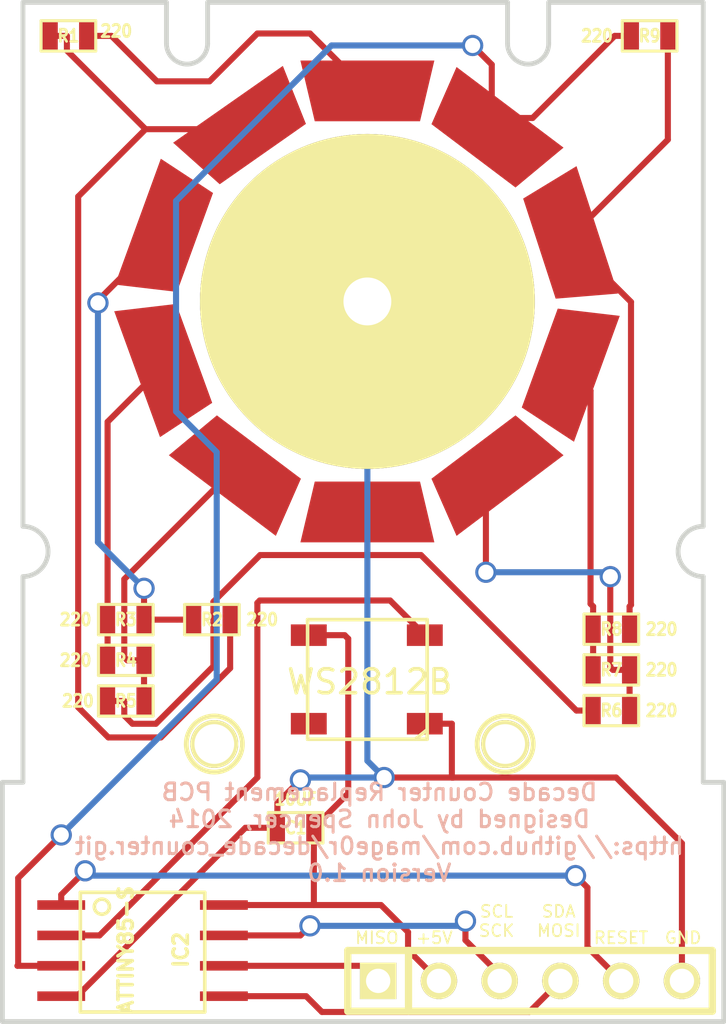
<source format=kicad_pcb>
(kicad_pcb (version 3) (host pcbnew "(2013-07-07 BZR 4022)-stable")

  (general
    (links 31)
    (no_connects 0)
    (area 11.939999 12.499999 42.406711 55.862333)
    (thickness 1.6)
    (drawings 29)
    (tracks 145)
    (zones 0)
    (modules 26)
    (nets 18)
  )

  (page A3)
  (layers
    (15 F.Cu signal)
    (0 B.Cu signal)
    (16 B.Adhes user)
    (17 F.Adhes user)
    (18 B.Paste user)
    (19 F.Paste user)
    (20 B.SilkS user hide)
    (21 F.SilkS user)
    (22 B.Mask user)
    (23 F.Mask user)
    (24 Dwgs.User user)
    (25 Cmts.User user)
    (26 Eco1.User user)
    (27 Eco2.User user)
    (28 Edge.Cuts user)
  )

  (setup
    (last_trace_width 0.254)
    (trace_clearance 0.254)
    (zone_clearance 0.508)
    (zone_45_only no)
    (trace_min 0.254)
    (segment_width 0.2)
    (edge_width 0.2)
    (via_size 0.889)
    (via_drill 0.635)
    (via_min_size 0.889)
    (via_min_drill 0.508)
    (uvia_size 0.508)
    (uvia_drill 0.127)
    (uvias_allowed no)
    (uvia_min_size 0.508)
    (uvia_min_drill 0.127)
    (pcb_text_width 0.3)
    (pcb_text_size 1.5 1.5)
    (mod_edge_width 0.15)
    (mod_text_size 1 1)
    (mod_text_width 0.15)
    (pad_size 0.4 2)
    (pad_drill 0)
    (pad_to_mask_clearance 0)
    (aux_axis_origin 0 0)
    (visible_elements 7FFFFFFF)
    (pcbplotparams
      (layerselection 284196865)
      (usegerberextensions true)
      (excludeedgelayer true)
      (linewidth 0.150000)
      (plotframeref false)
      (viasonmask false)
      (mode 1)
      (useauxorigin false)
      (hpglpennumber 1)
      (hpglpenspeed 20)
      (hpglpendiameter 15)
      (hpglpenoverlay 2)
      (psnegative false)
      (psa4output false)
      (plotreference true)
      (plotvalue true)
      (plotothertext true)
      (plotinvisibletext false)
      (padsonsilk false)
      (subtractmaskfromsilk false)
      (outputformat 1)
      (mirror false)
      (drillshape 0)
      (scaleselection 1)
      (outputdirectory Gerber/))
  )

  (net 0 "")
  (net 1 +5V)
  (net 2 GND)
  (net 3 N-000001)
  (net 4 N-0000010)
  (net 5 N-0000011)
  (net 6 N-0000012)
  (net 7 N-0000014)
  (net 8 N-0000017)
  (net 9 N-0000018)
  (net 10 N-000002)
  (net 11 N-000003)
  (net 12 N-000004)
  (net 13 N-000005)
  (net 14 N-000006)
  (net 15 N-000007)
  (net 16 N-000008)
  (net 17 N-000009)

  (net_class Default "This is the default net class."
    (clearance 0.254)
    (trace_width 0.254)
    (via_dia 0.889)
    (via_drill 0.635)
    (uvia_dia 0.508)
    (uvia_drill 0.127)
    (add_net "")
    (add_net +5V)
    (add_net GND)
    (add_net N-000001)
    (add_net N-0000010)
    (add_net N-0000011)
    (add_net N-0000012)
    (add_net N-0000014)
    (add_net N-0000017)
    (add_net N-0000018)
    (add_net N-000002)
    (add_net N-000003)
    (add_net N-000004)
    (add_net N-000005)
    (add_net N-000006)
    (add_net N-000007)
    (add_net N-000008)
    (add_net N-000009)
  )

  (module SM0603 (layer F.Cu) (tedit 53496BDC) (tstamp 5337E859)
    (at 39.1 14 180)
    (path /53365595)
    (attr smd)
    (fp_text reference R9 (at 0 0 180) (layer F.SilkS)
      (effects (font (size 0.508 0.4572) (thickness 0.1143)))
    )
    (fp_text value 220 (at 2.2 0 180) (layer F.SilkS)
      (effects (font (size 0.508 0.4572) (thickness 0.1143)))
    )
    (fp_line (start -1.143 -0.635) (end 1.143 -0.635) (layer F.SilkS) (width 0.127))
    (fp_line (start 1.143 -0.635) (end 1.143 0.635) (layer F.SilkS) (width 0.127))
    (fp_line (start 1.143 0.635) (end -1.143 0.635) (layer F.SilkS) (width 0.127))
    (fp_line (start -1.143 0.635) (end -1.143 -0.635) (layer F.SilkS) (width 0.127))
    (pad 1 smd rect (at -0.762 0 180) (size 0.635 1.143)
      (layers F.Cu F.Paste F.Mask)
      (net 7 N-0000014)
    )
    (pad 2 smd rect (at 0.762 0 180) (size 0.635 1.143)
      (layers F.Cu F.Paste F.Mask)
      (net 8 N-0000017)
    )
    (model smd\resistors\R0603.wrl
      (at (xyz 0 0 0.001))
      (scale (xyz 0.5 0.5 0.5))
      (rotate (xyz 0 0 0))
    )
  )

  (module SM0603 (layer F.Cu) (tedit 53496971) (tstamp 5360E7CA)
    (at 24.3 47.1 180)
    (path /533655A4)
    (attr smd)
    (fp_text reference C1 (at 0 0 180) (layer F.SilkS)
      (effects (font (size 0.508 0.4572) (thickness 0.1143)))
    )
    (fp_text value 10UF (at 0 1.2 180) (layer F.SilkS)
      (effects (font (size 0.508 0.4572) (thickness 0.1143)))
    )
    (fp_line (start -1.143 -0.635) (end 1.143 -0.635) (layer F.SilkS) (width 0.127))
    (fp_line (start 1.143 -0.635) (end 1.143 0.635) (layer F.SilkS) (width 0.127))
    (fp_line (start 1.143 0.635) (end -1.143 0.635) (layer F.SilkS) (width 0.127))
    (fp_line (start -1.143 0.635) (end -1.143 -0.635) (layer F.SilkS) (width 0.127))
    (pad 1 smd rect (at -0.762 0 180) (size 0.635 1.143)
      (layers F.Cu F.Paste F.Mask)
      (net 1 +5V)
    )
    (pad 2 smd rect (at 0.762 0 180) (size 0.635 1.143)
      (layers F.Cu F.Paste F.Mask)
      (net 2 GND)
    )
    (model smd\resistors\R0603.wrl
      (at (xyz 0 0 0.001))
      (scale (xyz 0.5 0.5 0.5))
      (rotate (xyz 0 0 0))
    )
  )

  (module SM0603 (layer F.Cu) (tedit 53496BD2) (tstamp 5337E86D)
    (at 37.5 38.8 180)
    (path /5337E336)
    (attr smd)
    (fp_text reference R8 (at 0 0 180) (layer F.SilkS)
      (effects (font (size 0.508 0.4572) (thickness 0.1143)))
    )
    (fp_text value 220 (at -2.1 0 180) (layer F.SilkS)
      (effects (font (size 0.508 0.4572) (thickness 0.1143)))
    )
    (fp_line (start -1.143 -0.635) (end 1.143 -0.635) (layer F.SilkS) (width 0.127))
    (fp_line (start 1.143 -0.635) (end 1.143 0.635) (layer F.SilkS) (width 0.127))
    (fp_line (start 1.143 0.635) (end -1.143 0.635) (layer F.SilkS) (width 0.127))
    (fp_line (start -1.143 0.635) (end -1.143 -0.635) (layer F.SilkS) (width 0.127))
    (pad 1 smd rect (at -0.762 0 180) (size 0.635 1.143)
      (layers F.Cu F.Paste F.Mask)
      (net 7 N-0000014)
    )
    (pad 2 smd rect (at 0.762 0 180) (size 0.635 1.143)
      (layers F.Cu F.Paste F.Mask)
      (net 15 N-000007)
    )
    (model smd\resistors\R0603.wrl
      (at (xyz 0 0 0.001))
      (scale (xyz 0.5 0.5 0.5))
      (rotate (xyz 0 0 0))
    )
  )

  (module SM0603 (layer F.Cu) (tedit 53496BBD) (tstamp 5337E877)
    (at 37.5 40.5 180)
    (path /5337E33C)
    (attr smd)
    (fp_text reference R7 (at 0 0 180) (layer F.SilkS)
      (effects (font (size 0.508 0.4572) (thickness 0.1143)))
    )
    (fp_text value 220 (at -2.1 0 180) (layer F.SilkS)
      (effects (font (size 0.508 0.4572) (thickness 0.1143)))
    )
    (fp_line (start -1.143 -0.635) (end 1.143 -0.635) (layer F.SilkS) (width 0.127))
    (fp_line (start 1.143 -0.635) (end 1.143 0.635) (layer F.SilkS) (width 0.127))
    (fp_line (start 1.143 0.635) (end -1.143 0.635) (layer F.SilkS) (width 0.127))
    (fp_line (start -1.143 0.635) (end -1.143 -0.635) (layer F.SilkS) (width 0.127))
    (pad 1 smd rect (at -0.762 0 180) (size 0.635 1.143)
      (layers F.Cu F.Paste F.Mask)
      (net 14 N-000006)
    )
    (pad 2 smd rect (at 0.762 0 180) (size 0.635 1.143)
      (layers F.Cu F.Paste F.Mask)
      (net 15 N-000007)
    )
    (model smd\resistors\R0603.wrl
      (at (xyz 0 0 0.001))
      (scale (xyz 0.5 0.5 0.5))
      (rotate (xyz 0 0 0))
    )
  )

  (module SM0603 (layer F.Cu) (tedit 53496BC0) (tstamp 5337E881)
    (at 37.5 42.2 180)
    (path /5337E342)
    (attr smd)
    (fp_text reference R6 (at 0 0 180) (layer F.SilkS)
      (effects (font (size 0.508 0.4572) (thickness 0.1143)))
    )
    (fp_text value 220 (at -2.1 0 180) (layer F.SilkS)
      (effects (font (size 0.508 0.4572) (thickness 0.1143)))
    )
    (fp_line (start -1.143 -0.635) (end 1.143 -0.635) (layer F.SilkS) (width 0.127))
    (fp_line (start 1.143 -0.635) (end 1.143 0.635) (layer F.SilkS) (width 0.127))
    (fp_line (start 1.143 0.635) (end -1.143 0.635) (layer F.SilkS) (width 0.127))
    (fp_line (start -1.143 0.635) (end -1.143 -0.635) (layer F.SilkS) (width 0.127))
    (pad 1 smd rect (at -0.762 0 180) (size 0.635 1.143)
      (layers F.Cu F.Paste F.Mask)
      (net 14 N-000006)
    )
    (pad 2 smd rect (at 0.762 0 180) (size 0.635 1.143)
      (layers F.Cu F.Paste F.Mask)
      (net 13 N-000005)
    )
    (model smd\resistors\R0603.wrl
      (at (xyz 0 0 0.001))
      (scale (xyz 0.5 0.5 0.5))
      (rotate (xyz 0 0 0))
    )
  )

  (module SM0603 (layer F.Cu) (tedit 53496C16) (tstamp 5337E88B)
    (at 17.2 41.8 180)
    (path /5337E348)
    (attr smd)
    (fp_text reference R5 (at 0 0 180) (layer F.SilkS)
      (effects (font (size 0.508 0.4572) (thickness 0.1143)))
    )
    (fp_text value 220 (at 2 0 180) (layer F.SilkS)
      (effects (font (size 0.508 0.4572) (thickness 0.1143)))
    )
    (fp_line (start -1.143 -0.635) (end 1.143 -0.635) (layer F.SilkS) (width 0.127))
    (fp_line (start 1.143 -0.635) (end 1.143 0.635) (layer F.SilkS) (width 0.127))
    (fp_line (start 1.143 0.635) (end -1.143 0.635) (layer F.SilkS) (width 0.127))
    (fp_line (start -1.143 0.635) (end -1.143 -0.635) (layer F.SilkS) (width 0.127))
    (pad 1 smd rect (at -0.762 0 180) (size 0.635 1.143)
      (layers F.Cu F.Paste F.Mask)
      (net 12 N-000004)
    )
    (pad 2 smd rect (at 0.762 0 180) (size 0.635 1.143)
      (layers F.Cu F.Paste F.Mask)
      (net 13 N-000005)
    )
    (model smd\resistors\R0603.wrl
      (at (xyz 0 0 0.001))
      (scale (xyz 0.5 0.5 0.5))
      (rotate (xyz 0 0 0))
    )
  )

  (module SM0603 (layer F.Cu) (tedit 53496984) (tstamp 5337E895)
    (at 14.8 14 180)
    (path /5337E6B5)
    (attr smd)
    (fp_text reference R1 (at 0 0 180) (layer F.SilkS)
      (effects (font (size 0.508 0.4572) (thickness 0.1143)))
    )
    (fp_text value 220 (at -2 0.2 180) (layer F.SilkS)
      (effects (font (size 0.508 0.4572) (thickness 0.1143)))
    )
    (fp_line (start -1.143 -0.635) (end 1.143 -0.635) (layer F.SilkS) (width 0.127))
    (fp_line (start 1.143 -0.635) (end 1.143 0.635) (layer F.SilkS) (width 0.127))
    (fp_line (start 1.143 0.635) (end -1.143 0.635) (layer F.SilkS) (width 0.127))
    (fp_line (start -1.143 0.635) (end -1.143 -0.635) (layer F.SilkS) (width 0.127))
    (pad 1 smd rect (at -0.762 0 180) (size 0.635 1.143)
      (layers F.Cu F.Paste F.Mask)
      (net 6 N-0000012)
    )
    (pad 2 smd rect (at 0.762 0 180) (size 0.635 1.143)
      (layers F.Cu F.Paste F.Mask)
      (net 11 N-000003)
    )
    (model smd\resistors\R0603.wrl
      (at (xyz 0 0 0.001))
      (scale (xyz 0.5 0.5 0.5))
      (rotate (xyz 0 0 0))
    )
  )

  (module SM0603 (layer F.Cu) (tedit 53496C1E) (tstamp 5337E89F)
    (at 20.8 38.4)
    (path /5337E510)
    (attr smd)
    (fp_text reference R2 (at 0 0) (layer F.SilkS)
      (effects (font (size 0.508 0.4572) (thickness 0.1143)))
    )
    (fp_text value 220 (at 2.1 0) (layer F.SilkS)
      (effects (font (size 0.508 0.4572) (thickness 0.1143)))
    )
    (fp_line (start -1.143 -0.635) (end 1.143 -0.635) (layer F.SilkS) (width 0.127))
    (fp_line (start 1.143 -0.635) (end 1.143 0.635) (layer F.SilkS) (width 0.127))
    (fp_line (start 1.143 0.635) (end -1.143 0.635) (layer F.SilkS) (width 0.127))
    (fp_line (start -1.143 0.635) (end -1.143 -0.635) (layer F.SilkS) (width 0.127))
    (pad 1 smd rect (at -0.762 0) (size 0.635 1.143)
      (layers F.Cu F.Paste F.Mask)
      (net 10 N-000002)
    )
    (pad 2 smd rect (at 0.762 0) (size 0.635 1.143)
      (layers F.Cu F.Paste F.Mask)
      (net 11 N-000003)
    )
    (model smd\resistors\R0603.wrl
      (at (xyz 0 0 0.001))
      (scale (xyz 0.5 0.5 0.5))
      (rotate (xyz 0 0 0))
    )
  )

  (module SM0603 (layer F.Cu) (tedit 53496C21) (tstamp 5337E8A9)
    (at 17.2 38.4 180)
    (path /5337E4E7)
    (attr smd)
    (fp_text reference R3 (at 0 0 180) (layer F.SilkS)
      (effects (font (size 0.508 0.4572) (thickness 0.1143)))
    )
    (fp_text value 220 (at 2.1 0 180) (layer F.SilkS)
      (effects (font (size 0.508 0.4572) (thickness 0.1143)))
    )
    (fp_line (start -1.143 -0.635) (end 1.143 -0.635) (layer F.SilkS) (width 0.127))
    (fp_line (start 1.143 -0.635) (end 1.143 0.635) (layer F.SilkS) (width 0.127))
    (fp_line (start 1.143 0.635) (end -1.143 0.635) (layer F.SilkS) (width 0.127))
    (fp_line (start -1.143 0.635) (end -1.143 -0.635) (layer F.SilkS) (width 0.127))
    (pad 1 smd rect (at -0.762 0 180) (size 0.635 1.143)
      (layers F.Cu F.Paste F.Mask)
      (net 10 N-000002)
    )
    (pad 2 smd rect (at 0.762 0 180) (size 0.635 1.143)
      (layers F.Cu F.Paste F.Mask)
      (net 3 N-000001)
    )
    (model smd\resistors\R0603.wrl
      (at (xyz 0 0 0.001))
      (scale (xyz 0.5 0.5 0.5))
      (rotate (xyz 0 0 0))
    )
  )

  (module SM0603 (layer F.Cu) (tedit 53496C19) (tstamp 5337E8B3)
    (at 17.2 40.1 180)
    (path /5337E4E1)
    (attr smd)
    (fp_text reference R4 (at 0 0 180) (layer F.SilkS)
      (effects (font (size 0.508 0.4572) (thickness 0.1143)))
    )
    (fp_text value 220 (at 2.1 0 180) (layer F.SilkS)
      (effects (font (size 0.508 0.4572) (thickness 0.1143)))
    )
    (fp_line (start -1.143 -0.635) (end 1.143 -0.635) (layer F.SilkS) (width 0.127))
    (fp_line (start 1.143 -0.635) (end 1.143 0.635) (layer F.SilkS) (width 0.127))
    (fp_line (start 1.143 0.635) (end -1.143 0.635) (layer F.SilkS) (width 0.127))
    (fp_line (start -1.143 0.635) (end -1.143 -0.635) (layer F.SilkS) (width 0.127))
    (pad 1 smd rect (at -0.762 0 180) (size 0.635 1.143)
      (layers F.Cu F.Paste F.Mask)
      (net 12 N-000004)
    )
    (pad 2 smd rect (at 0.762 0 180) (size 0.635 1.143)
      (layers F.Cu F.Paste F.Mask)
      (net 3 N-000001)
    )
    (model smd\resistors\R0603.wrl
      (at (xyz 0 0 0.001))
      (scale (xyz 0.5 0.5 0.5))
      (rotate (xyz 0 0 0))
    )
  )

  (module ws2812b (layer F.Cu) (tedit 5349691D) (tstamp 534999C7)
    (at 27.3 40.9)
    (descr ws2812b)
    (tags ws2812b)
    (path /53365586)
    (fp_text reference IC1 (at 0 -3.5) (layer F.SilkS) hide
      (effects (font (size 1 1) (thickness 0.15)))
    )
    (fp_text value WS2812B (at 0.1 0.1) (layer F.SilkS)
      (effects (font (size 1 1) (thickness 0.15)))
    )
    (fp_line (start 2 2.5) (end 2.5 2.1) (layer F.SilkS) (width 0.15))
    (fp_line (start -2.5 2.5) (end -2.5 -2.5) (layer F.SilkS) (width 0.15))
    (fp_line (start -2.5 -2.5) (end 2.5 -2.5) (layer F.SilkS) (width 0.15))
    (fp_line (start 2.5 -2.5) (end 2.5 2.5) (layer F.SilkS) (width 0.15))
    (fp_line (start 2.5 2.5) (end -2.5 2.5) (layer F.SilkS) (width 0.15))
    (pad 1 smd rect (at -2.45 -1.85) (size 1.5 0.9)
      (layers F.Cu F.Paste F.Mask)
      (net 1 +5V)
    )
    (pad 2 smd rect (at -2.45 1.85) (size 1.5 0.9)
      (layers F.Cu F.Paste F.Mask)
    )
    (pad 3 smd rect (at 2.4 1.85) (size 1.5 0.9)
      (layers F.Cu F.Paste F.Mask)
      (net 2 GND)
    )
    (pad 4 smd rect (at 2.4 -1.85) (size 1.5 0.9)
      (layers F.Cu F.Paste F.Mask)
      (net 9 N-0000018)
    )
  )

  (module holes (layer F.Cu) (tedit 53496A8D) (tstamp 53499C02)
    (at 20.9 43.6)
    (fp_text reference holes (at 1.8 1.3) (layer F.SilkS) hide
      (effects (font (size 0.5 0.5) (thickness 0.125)))
    )
    (fp_text value hole_1 (at -1.4 -1.2) (layer F.SilkS) hide
      (effects (font (size 0.5 0.5) (thickness 0.125)))
    )
    (pad 2 thru_hole circle (at 0 0) (size 2 2) (drill 1.66)
      (layers *.Cu *.Mask F.SilkS)
    )
  )

  (module holes (layer F.Cu) (tedit 53496AE4) (tstamp 53499C10)
    (at 33.1 43.6)
    (fp_text reference holes2 (at 1.8 1.3) (layer F.SilkS) hide
      (effects (font (size 0.5 0.5) (thickness 0.125)))
    )
    (fp_text value hole_2 (at -1.2 -1.3) (layer F.SilkS) hide
      (effects (font (size 0.5 0.5) (thickness 0.125)))
    )
    (pad 2 thru_hole circle (at -0.04 0) (size 2 2) (drill 1.66)
      (layers *.Cu *.Mask F.SilkS)
    )
  )

  (module position (layer F.Cu) (tedit 53496000) (tstamp 53499CA1)
    (at 27.4 16.3)
    (path /5337E706)
    (fp_text reference P1 (at -2.1 -1.9) (layer F.SilkS) hide
      (effects (font (size 0.4 0.4) (thickness 0.1)))
    )
    (fp_text value POS_9 (at 2.1 -1.9) (layer F.SilkS) hide
      (effects (font (size 0.4 0.4) (thickness 0.1)))
    )
    (pad 1 smd trapezoid (at -0.1 0) (size 5 2.54) (rect_delta 0 -0.6 )
      (layers F.Cu F.Paste F.Mask)
      (net 6 N-0000012)
    )
  )

  (module position (layer F.Cu) (tedit 53495E30) (tstamp 53499CFA)
    (at 32.5 18 323)
    (path /5337E3C1)
    (fp_text reference P10 (at -2.1 -1.9 323) (layer F.SilkS) hide
      (effects (font (size 0.4 0.4) (thickness 0.1)))
    )
    (fp_text value POS_0 (at 2.1 -1.9 323) (layer F.SilkS) hide
      (effects (font (size 0.4 0.4) (thickness 0.1)))
    )
    (pad 1 smd trapezoid (at 0 0 323) (size 5 2.54) (rect_delta 0 -0.6 )
      (layers F.Cu F.Paste F.Mask)
      (net 8 N-0000017)
    )
  )

  (module position (layer F.Cu) (tedit 53495E30) (tstamp 53499CFF)
    (at 35.7 22.5 288)
    (path /5337E403)
    (fp_text reference P9 (at -2.1 -1.9 288) (layer F.SilkS) hide
      (effects (font (size 0.4 0.4) (thickness 0.1)))
    )
    (fp_text value POS_1 (at 2.1 -1.9 288) (layer F.SilkS) hide
      (effects (font (size 0.4 0.4) (thickness 0.1)))
    )
    (pad 1 smd trapezoid (at 0 0 288) (size 5 2.54) (rect_delta 0 -0.6 )
      (layers F.Cu F.Paste F.Mask)
      (net 7 N-0000014)
    )
  )

  (module position (layer F.Cu) (tedit 53495E30) (tstamp 53499D04)
    (at 35.7 27.9 250)
    (path /5337E428)
    (fp_text reference P8 (at -2.1 -1.9 250) (layer F.SilkS) hide
      (effects (font (size 0.4 0.4) (thickness 0.1)))
    )
    (fp_text value POS_2 (at 2.1 -1.9 250) (layer F.SilkS) hide
      (effects (font (size 0.4 0.4) (thickness 0.1)))
    )
    (pad 1 smd trapezoid (at 0 0 250) (size 5 2.54) (rect_delta 0 -0.6 )
      (layers F.Cu F.Paste F.Mask)
      (net 15 N-000007)
    )
  )

  (module position (layer F.Cu) (tedit 534960AF) (tstamp 53499D18)
    (at 18.9 27.8 110)
    (path /5337E5C5)
    (fp_text reference P4 (at -2.1 -1.9 110) (layer F.SilkS) hide
      (effects (font (size 0.4 0.4) (thickness 0.1)))
    )
    (fp_text value POS_6 (at 2.1 -1.9 110) (layer F.SilkS) hide
      (effects (font (size 0.4 0.4) (thickness 0.1)))
    )
    (pad 1 smd trapezoid (at 0.1 0 110) (size 5 2.54) (rect_delta 0 -0.6 )
      (layers F.Cu F.Paste F.Mask)
      (net 3 N-000001)
    )
  )

  (module position (layer F.Cu) (tedit 53495E30) (tstamp 53499D09)
    (at 32.5 32.2 217)
    (path /5337E467)
    (fp_text reference P7 (at -2.1 -1.9 217) (layer F.SilkS) hide
      (effects (font (size 0.4 0.4) (thickness 0.1)))
    )
    (fp_text value POS_3 (at 2.1 -1.9 217) (layer F.SilkS) hide
      (effects (font (size 0.4 0.4) (thickness 0.1)))
    )
    (pad 1 smd trapezoid (at 0 0 217) (size 5 2.54) (rect_delta 0 -0.6 )
      (layers F.Cu F.Paste F.Mask)
      (net 14 N-000006)
    )
  )

  (module position (layer F.Cu) (tedit 53495E30) (tstamp 53499D13)
    (at 22 32.2 143)
    (path /5337E5A6)
    (fp_text reference P5 (at -2.1 -1.9 143) (layer F.SilkS) hide
      (effects (font (size 0.4 0.4) (thickness 0.1)))
    )
    (fp_text value POS_5 (at 2.1 -1.9 143) (layer F.SilkS) hide
      (effects (font (size 0.4 0.4) (thickness 0.1)))
    )
    (pad 1 smd trapezoid (at 0 0 143) (size 5 2.54) (rect_delta 0 -0.6 )
      (layers F.Cu F.Paste F.Mask)
      (net 12 N-000004)
    )
  )

  (module position (layer F.Cu) (tedit 53495E30) (tstamp 53499D0E)
    (at 27.3 33.9 180)
    (path /5337E49E)
    (fp_text reference P6 (at -2.1 -1.9 180) (layer F.SilkS) hide
      (effects (font (size 0.4 0.4) (thickness 0.1)))
    )
    (fp_text value POS_4 (at 2.1 -1.9 180) (layer F.SilkS) hide
      (effects (font (size 0.4 0.4) (thickness 0.1)))
    )
    (pad 1 smd trapezoid (at 0 0 180) (size 5 2.54) (rect_delta 0 -0.6 )
      (layers F.Cu F.Paste F.Mask)
      (net 13 N-000005)
    )
  )

  (module position (layer F.Cu) (tedit 53495E30) (tstamp 53499D1D)
    (at 18.9 22.2 70)
    (path /5337E5E4)
    (fp_text reference P3 (at -2.1 -1.9 70) (layer F.SilkS) hide
      (effects (font (size 0.4 0.4) (thickness 0.1)))
    )
    (fp_text value POS_7 (at 2.1 -1.9 70) (layer F.SilkS) hide
      (effects (font (size 0.4 0.4) (thickness 0.1)))
    )
    (pad 1 smd trapezoid (at 0 0 70) (size 5 2.54) (rect_delta 0 -0.6 )
      (layers F.Cu F.Paste F.Mask)
      (net 10 N-000002)
    )
  )

  (module position (layer F.Cu) (tedit 53495E30) (tstamp 53499D22)
    (at 22.2 17.9 35)
    (path /5337E604)
    (fp_text reference P2 (at -2.1 -1.9 35) (layer F.SilkS) hide
      (effects (font (size 0.4 0.4) (thickness 0.1)))
    )
    (fp_text value POS_8 (at 2.1 -1.9 35) (layer F.SilkS) hide
      (effects (font (size 0.4 0.4) (thickness 0.1)))
    )
    (pad 1 smd trapezoid (at 0 0 35) (size 5 2.54) (rect_delta 0 -0.6 )
      (layers F.Cu F.Paste F.Mask)
      (net 11 N-000003)
    )
  )

  (module PIN_ARRAY-6X1 (layer F.Cu) (tedit 53496394) (tstamp 53499F81)
    (at 34.1 53.5)
    (descr "Connecteur 6 pins")
    (tags "CONN DEV")
    (path /5337E73F)
    (fp_text reference P11 (at -3.9 -5.2) (layer F.SilkS) hide
      (effects (font (size 1.016 1.016) (thickness 0.2032)))
    )
    (fp_text value CONN_3X2 (at 4 -5.2) (layer F.SilkS) hide
      (effects (font (size 1.016 0.889) (thickness 0.2032)))
    )
    (fp_line (start -7.62 1.27) (end -7.62 -1.27) (layer F.SilkS) (width 0.3048))
    (fp_line (start -7.62 -1.27) (end 7.62 -1.27) (layer F.SilkS) (width 0.3048))
    (fp_line (start 7.62 -1.27) (end 7.62 1.27) (layer F.SilkS) (width 0.3048))
    (fp_line (start 7.62 1.27) (end -7.62 1.27) (layer F.SilkS) (width 0.3048))
    (fp_line (start -5.08 1.27) (end -5.08 -1.27) (layer F.SilkS) (width 0.3048))
    (pad 1 thru_hole rect (at -6.35 0) (size 1.524 1.524) (drill 1.016)
      (layers *.Cu *.Mask F.SilkS)
      (net 16 N-000008)
    )
    (pad 2 thru_hole circle (at -3.81 0) (size 1.524 1.524) (drill 1.016)
      (layers *.Cu *.Mask F.SilkS)
      (net 1 +5V)
    )
    (pad 3 thru_hole circle (at -1.27 0) (size 1.524 1.524) (drill 1.016)
      (layers *.Cu *.Mask F.SilkS)
      (net 5 N-0000011)
    )
    (pad 4 thru_hole circle (at 1.27 0) (size 1.524 1.524) (drill 1.016)
      (layers *.Cu *.Mask F.SilkS)
      (net 17 N-000009)
    )
    (pad 5 thru_hole circle (at 3.81 0) (size 1.524 1.524) (drill 1.016)
      (layers *.Cu *.Mask F.SilkS)
      (net 4 N-0000010)
    )
    (pad 6 thru_hole circle (at 6.35 0) (size 1.524 1.524) (drill 1.016)
      (layers *.Cu *.Mask F.SilkS)
      (net 2 GND)
    )
    (model pin_array/pins_array_6x1.wrl
      (at (xyz 0 0 0))
      (scale (xyz 1 1 1))
      (rotate (xyz 0 0 0))
    )
  )

  (module Rail (layer F.Cu) (tedit 534968B3) (tstamp 5349A5AA)
    (at 27.3 25.1 90)
    (path /5337E9AF)
    (fp_text reference P12 (at 3.1 -3.4 90) (layer F.SilkS) hide
      (effects (font (size 1 1) (thickness 0.15)))
    )
    (fp_text value Rail (at 3.5 3.4 90) (layer F.SilkS) hide
      (effects (font (size 1 1) (thickness 0.15)))
    )
    (pad 1 thru_hole circle (at 0 0 90) (size 14 14) (drill 2)
      (layers *.Cu *.Mask F.SilkS)
      (net 2 GND)
    )
  )

  (module SOIC8_W (layer F.Cu) (tedit 5360AB45) (tstamp 534999D8)
    (at 18 52.2 270)
    (descr SOIC8_W)
    (tags SOIC8_W)
    (path /53365577)
    (fp_text reference IC2 (at 0 -1.5 270) (layer F.SilkS)
      (effects (font (size 0.6 0.6) (thickness 0.15)))
    )
    (fp_text value ATTINY85-S (at 0 0.8 270) (layer F.SilkS)
      (effects (font (size 0.6 0.6) (thickness 0.15)))
    )
    (fp_circle (center -1.8 1.8) (end -1.5 1.9) (layer F.SilkS) (width 0.15))
    (fp_line (start -2.4 2.7) (end 2.6 2.7) (layer F.SilkS) (width 0.15))
    (fp_line (start 2.6 2.7) (end 2.6 -2.5) (layer F.SilkS) (width 0.15))
    (fp_line (start 2.6 -2.5) (end -2.4 -2.5) (layer F.SilkS) (width 0.15))
    (fp_line (start -2.4 -2.5) (end -2.4 2.7) (layer F.SilkS) (width 0.15))
    (pad 5 smd rect (at 1.94 -3.3 270) (size 0.4 2)
      (layers F.Cu F.Paste F.Mask)
      (net 17 N-000009)
    )
    (pad 6 smd rect (at 0.67 -3.3 270) (size 0.4 2)
      (layers F.Cu F.Paste F.Mask)
      (net 16 N-000008)
    )
    (pad 7 smd rect (at -0.6 -3.3 270) (size 0.4 2)
      (layers F.Cu F.Paste F.Mask)
      (net 5 N-0000011)
    )
    (pad 8 smd rect (at -1.87 -3.3 270) (size 0.4 2)
      (layers F.Cu F.Paste F.Mask)
      (net 1 +5V)
    )
    (pad 1 smd rect (at -1.87 3.5 270) (size 0.4 2)
      (layers F.Cu F.Paste F.Mask)
      (net 4 N-0000010)
    )
    (pad 2 smd rect (at -0.6 3.5 270) (size 0.4 2)
      (layers F.Cu F.Paste F.Mask)
      (net 9 N-0000018)
    )
    (pad 3 smd rect (at 0.67 3.5 270) (size 0.4 2)
      (layers F.Cu F.Paste F.Mask)
      (net 8 N-0000017)
    )
    (pad 4 smd rect (at 1.94 3.5 270) (size 0.4 2)
      (layers F.Cu F.Paste F.Mask)
      (net 2 GND)
    )
  )

  (gr_text "Decade Counter Replacement PCB\nDesigned by John Spencer, 2014\nhttps://github.com/mage0r/decade_counter.git\nVersion 1.0" (at 27.8 47.3) (layer B.SilkS)
    (effects (font (size 0.7 0.7) (thickness 0.125)) (justify mirror))
  )
  (gr_text GND (at 40.5 51.7) (layer F.SilkS)
    (effects (font (size 0.5 0.5) (thickness 0.075)))
  )
  (gr_text RESET (at 37.9 51.7) (layer F.SilkS)
    (effects (font (size 0.5 0.5) (thickness 0.075)))
  )
  (gr_text "SDA\nMOSI" (at 35.3 51) (layer F.SilkS)
    (effects (font (size 0.5 0.5) (thickness 0.075)))
  )
  (gr_text "SCL\nSCK" (at 32.7 51) (layer F.SilkS)
    (effects (font (size 0.5 0.5) (thickness 0.075)))
  )
  (gr_text +5V (at 30.1 51.7) (layer F.SilkS)
    (effects (font (size 0.5 0.5) (thickness 0.075)))
  )
  (gr_text MISO (at 27.7 51.7) (layer F.SilkS)
    (effects (font (size 0.5 0.5) (thickness 0.075)))
  )
  (gr_arc (start 41.34 35.55) (end 41.34 34.5) (angle -180) (layer Edge.Cuts) (width 0.2))
  (gr_line (start 41.34 36.6) (end 41.34 45.2) (angle 90) (layer Edge.Cuts) (width 0.2))
  (gr_line (start 41.34 12.6) (end 41.34 34.5) (angle 90) (layer Edge.Cuts) (width 0.2) (tstamp 5360E802))
  (gr_arc (start 12.9 35.55) (end 12.9 34.5) (angle 180) (layer Edge.Cuts) (width 0.2) (tstamp 5360E8E9))
  (gr_line (start 12.9 45.2) (end 12.9 36.6) (angle 90) (layer Edge.Cuts) (width 0.2) (tstamp 5360E7BF))
  (gr_line (start 12.9 12.6) (end 12.9 34.5) (angle 90) (layer Edge.Cuts) (width 0.2) (tstamp 535F7181))
  (gr_line (start 33.16 12.6) (end 33.16 14.32) (angle 90) (layer Edge.Cuts) (width 0.2) (tstamp 53499A9E))
  (gr_line (start 34.88 12.6) (end 34.88 14.32) (angle 90) (layer Edge.Cuts) (width 0.2) (tstamp 53499A9D))
  (gr_arc (start 34.02 14.32) (end 33.16 14.32) (angle -180) (layer Edge.Cuts) (width 0.2) (tstamp 53499A9C))
  (gr_arc (start 19.76 14.32) (end 18.9 14.32) (angle -180) (layer Edge.Cuts) (width 0.2))
  (gr_line (start 20.62 12.6) (end 20.62 14.32) (angle 90) (layer Edge.Cuts) (width 0.2))
  (gr_line (start 18.9 12.6) (end 18.9 14.32) (angle 90) (layer Edge.Cuts) (width 0.2))
  (gr_line (start 34.88 12.6) (end 41.34 12.6) (angle 90) (layer Edge.Cuts) (width 0.2))
  (gr_line (start 20.62 12.6) (end 33.16 12.6) (angle 90) (layer Edge.Cuts) (width 0.2))
  (gr_line (start 12.9 12.6) (end 18.9 12.6) (angle 90) (layer Edge.Cuts) (width 0.2))
  (gr_circle (center 33.06 43.6) (end 32.23 42.77) (layer F.SilkS) (width 0.2) (tstamp 53499A6C))
  (gr_circle (center 20.9 43.6) (end 20.07 42.77) (layer F.SilkS) (width 0.2))
  (gr_line (start 12.04 55.2) (end 42.2 55.2) (angle 90) (layer Edge.Cuts) (width 0.2))
  (gr_line (start 12.04 45.2) (end 12.9 45.2) (angle 90) (layer Edge.Cuts) (width 0.2) (tstamp 53499A48))
  (gr_line (start 12.04 45.2) (end 12.04 55.2) (angle 90) (layer Edge.Cuts) (width 0.2) (tstamp 53499A28))
  (gr_line (start 42.2 45.2) (end 42.2 55.2) (angle 90) (layer Edge.Cuts) (width 0.2))
  (gr_line (start 41.34 45.2) (end 42.2 45.2) (angle 90) (layer Edge.Cuts) (width 0.2))

  (segment (start 24.85 39.05) (end 26.35 39.05) (width 0.254) (layer F.Cu) (net 1) (status 400000))
  (segment (start 26.5 45.662) (end 25.062 47.1) (width 0.254) (layer F.Cu) (net 1) (tstamp 5360FD56) (status 800000))
  (segment (start 26.5 39.2) (end 26.5 45.662) (width 0.254) (layer F.Cu) (net 1) (tstamp 5360FD4A))
  (segment (start 26.35 39.05) (end 26.5 39.2) (width 0.254) (layer F.Cu) (net 1) (tstamp 5360FD48))
  (segment (start 25.062 47.1) (end 25.062 50.33) (width 0.254) (layer F.Cu) (net 1) (status 400000))
  (segment (start 21.3 50.33) (end 25.062 50.33) (width 0.254) (layer F.Cu) (net 1))
  (segment (start 25.062 50.33) (end 27.87 50.33) (width 0.254) (layer F.Cu) (net 1) (tstamp 5360FD14))
  (segment (start 29 52.21) (end 30.29 53.5) (width 0.254) (layer F.Cu) (net 1) (tstamp 5360FC2C))
  (segment (start 29 51.46) (end 29 52.21) (width 0.254) (layer F.Cu) (net 1) (tstamp 5360FC25))
  (segment (start 27.87 50.33) (end 29 51.46) (width 0.254) (layer F.Cu) (net 1) (tstamp 5360FC21))
  (segment (start 23.538 47.1) (end 23.538 46.062) (width 0.254) (layer F.Cu) (net 2) (status 400000))
  (segment (start 24.6 45) (end 28 45) (width 0.254) (layer B.Cu) (net 2) (tstamp 5360FE31))
  (segment (start 24.5 45.1) (end 24.6 45) (width 0.254) (layer B.Cu) (net 2) (tstamp 5360FE30))
  (via (at 24.5 45.1) (size 0.889) (layers F.Cu B.Cu) (net 2))
  (segment (start 23.538 46.062) (end 24.5 45.1) (width 0.254) (layer F.Cu) (net 2) (tstamp 5360FE2C))
  (segment (start 27.3 25.1) (end 27.3 44.3) (width 0.254) (layer B.Cu) (net 2) (status 400000))
  (segment (start 27.3 44.3) (end 28 45) (width 0.254) (layer B.Cu) (net 2) (tstamp 5360FE14))
  (segment (start 30.9 45) (end 30.8313 45) (width 0.254) (layer F.Cu) (net 2) (tstamp 5360FE20))
  (via (at 28 45) (size 0.889) (layers F.Cu B.Cu) (net 2))
  (segment (start 28 45) (end 30.9 45) (width 0.254) (layer F.Cu) (net 2) (tstamp 5360FE1F))
  (segment (start 14.5 54.14) (end 15.16 54.14) (width 0.254) (layer F.Cu) (net 2) (status C00000))
  (segment (start 22.2 47.1) (end 23.538 47.1) (width 0.254) (layer F.Cu) (net 2) (tstamp 5360FD07) (status 800000))
  (segment (start 15.16 54.14) (end 22.2 47.1) (width 0.254) (layer F.Cu) (net 2) (tstamp 5360FD02) (status 400000))
  (segment (start 40.45 53.5) (end 40.45 47.75) (width 0.254) (layer F.Cu) (net 2))
  (segment (start 37.7 45) (end 30.8313 45) (width 0.254) (layer F.Cu) (net 2) (tstamp 5360E3A8))
  (segment (start 40.45 47.75) (end 37.7 45) (width 0.254) (layer F.Cu) (net 2) (tstamp 5360E3A4))
  (segment (start 29.7 42.75) (end 30.8313 42.75) (width 0.254) (layer F.Cu) (net 2))
  (segment (start 30.8313 42.75) (end 30.8313 45) (width 0.254) (layer F.Cu) (net 2))
  (segment (start 16.438 30.1338) (end 16.438 38.4) (width 0.254) (layer F.Cu) (net 3))
  (segment (start 18.8658 27.706) (end 16.438 30.1338) (width 0.254) (layer F.Cu) (net 3))
  (segment (start 16.438 38.4) (end 16.438 40.1) (width 0.254) (layer F.Cu) (net 3))
  (segment (start 14.5 50.33) (end 14.5 49.9) (width 0.254) (layer F.Cu) (net 4) (status 400000))
  (segment (start 36.5 52.09) (end 37.91 53.5) (width 0.254) (layer F.Cu) (net 4) (tstamp 5360FD81) (status 800000))
  (segment (start 36.5 49.6) (end 36.5 52.09) (width 0.254) (layer F.Cu) (net 4) (tstamp 5360FD80))
  (segment (start 36 49.1) (end 36.5 49.6) (width 0.254) (layer F.Cu) (net 4) (tstamp 5360FD7F))
  (via (at 36 49.1) (size 0.889) (layers F.Cu B.Cu) (net 4))
  (segment (start 15.7 49.1) (end 36 49.1) (width 0.254) (layer B.Cu) (net 4) (tstamp 5360FD7B))
  (segment (start 15.5 48.9) (end 15.7 49.1) (width 0.254) (layer B.Cu) (net 4) (tstamp 5360FD7A))
  (via (at 15.5 48.9) (size 0.889) (layers F.Cu B.Cu) (net 4))
  (segment (start 14.5 49.9) (end 15.5 48.9) (width 0.254) (layer F.Cu) (net 4) (tstamp 5360FD75))
  (segment (start 32.83 53.5) (end 32.83 53.23) (width 0.254) (layer F.Cu) (net 5))
  (segment (start 24.5 51.6) (end 21.3 51.6) (width 0.254) (layer F.Cu) (net 5) (tstamp 5360FC92))
  (segment (start 24.9 51.2) (end 24.5 51.6) (width 0.254) (layer F.Cu) (net 5) (tstamp 5360FC91))
  (via (at 24.9 51.2) (size 0.889) (layers F.Cu B.Cu) (net 5))
  (segment (start 31.2 51.2) (end 24.9 51.2) (width 0.254) (layer B.Cu) (net 5) (tstamp 5360FC8F))
  (segment (start 31.4 51) (end 31.2 51.2) (width 0.254) (layer B.Cu) (net 5) (tstamp 5360FC8E))
  (via (at 31.4 51) (size 0.889) (layers F.Cu B.Cu) (net 5))
  (segment (start 31.4 51.8) (end 31.4 51) (width 0.254) (layer F.Cu) (net 5) (tstamp 5360FC89))
  (segment (start 32.83 53.23) (end 31.4 51.8) (width 0.254) (layer F.Cu) (net 5) (tstamp 5360FC88))
  (segment (start 15.562 14) (end 16.6 14) (width 0.254) (layer F.Cu) (net 6))
  (segment (start 24.9 13.9) (end 27.3 16.3) (width 0.254) (layer F.Cu) (net 6) (tstamp 5349A565))
  (segment (start 22.7 13.9) (end 24.9 13.9) (width 0.254) (layer F.Cu) (net 6) (tstamp 5349A563))
  (segment (start 20.7 15.9) (end 22.7 13.9) (width 0.254) (layer F.Cu) (net 6) (tstamp 5349A561))
  (segment (start 18.5 15.9) (end 20.7 15.9) (width 0.254) (layer F.Cu) (net 6) (tstamp 5349A55F))
  (segment (start 16.6 14) (end 18.5 15.9) (width 0.254) (layer F.Cu) (net 6) (tstamp 5349A55D))
  (segment (start 38.262 38.8) (end 38.262 37.8472) (width 0.254) (layer F.Cu) (net 7))
  (segment (start 38.3213 25.1213) (end 35.7 22.5) (width 0.254) (layer F.Cu) (net 7))
  (segment (start 38.3213 37.7879) (end 38.3213 25.1213) (width 0.254) (layer F.Cu) (net 7))
  (segment (start 38.262 37.8472) (end 38.3213 37.7879) (width 0.254) (layer F.Cu) (net 7))
  (segment (start 39.862 18.338) (end 39.862 14) (width 0.254) (layer F.Cu) (net 7))
  (segment (start 35.7 22.5) (end 39.862 18.338) (width 0.254) (layer F.Cu) (net 7))
  (segment (start 14 52.87) (end 12.67 52.87) (width 0.254) (layer F.Cu) (net 8))
  (segment (start 32.5 15.2) (end 32.5 18) (width 0.254) (layer F.Cu) (net 8) (tstamp 5349A58E))
  (segment (start 31.7 14.4) (end 32.5 15.2) (width 0.254) (layer F.Cu) (net 8) (tstamp 5349A58D))
  (via (at 31.7 14.4) (size 0.889) (layers F.Cu B.Cu) (net 8))
  (segment (start 25.8 14.4) (end 31.7 14.4) (width 0.254) (layer B.Cu) (net 8) (tstamp 5349A589))
  (segment (start 19.3 20.9) (end 25.8 14.4) (width 0.254) (layer B.Cu) (net 8) (tstamp 5349A587))
  (segment (start 19.3 29.7) (end 19.3 20.9) (width 0.254) (layer B.Cu) (net 8) (tstamp 5349A585))
  (segment (start 21 31.4) (end 19.3 29.7) (width 0.254) (layer B.Cu) (net 8) (tstamp 5349A584))
  (segment (start 21 40.9) (end 21 31.4) (width 0.254) (layer B.Cu) (net 8) (tstamp 5349A582))
  (segment (start 14.5 47.4) (end 21 40.9) (width 0.254) (layer B.Cu) (net 8) (tstamp 5349A581))
  (via (at 14.5 47.4) (size 0.889) (layers F.Cu B.Cu) (net 8))
  (segment (start 12.7 49.2) (end 14.5 47.4) (width 0.254) (layer F.Cu) (net 8) (tstamp 5349A57E))
  (segment (start 12.7 52.84) (end 12.7 49.2) (width 0.254) (layer F.Cu) (net 8) (tstamp 5349A57D))
  (segment (start 12.67 52.87) (end 12.7 52.84) (width 0.254) (layer F.Cu) (net 8) (tstamp 5349A57C))
  (segment (start 38.338 14) (end 37.6392 14) (width 0.254) (layer F.Cu) (net 8))
  (segment (start 32.5 18) (end 33.0686 17.4314) (width 0.254) (layer F.Cu) (net 8))
  (segment (start 33.0686 17.4315) (end 33.0686 17.4314) (width 0.254) (layer F.Cu) (net 8))
  (segment (start 34.2077 17.4315) (end 33.0686 17.4315) (width 0.254) (layer F.Cu) (net 8))
  (segment (start 37.6392 14) (end 34.2077 17.4315) (width 0.254) (layer F.Cu) (net 8))
  (segment (start 14.5 51.6) (end 16.1 51.6) (width 0.254) (layer F.Cu) (net 9))
  (segment (start 28.25 37.6) (end 29.7 39.05) (width 0.254) (layer F.Cu) (net 9) (tstamp 5360E403))
  (segment (start 22.8 37.6) (end 28.25 37.6) (width 0.254) (layer F.Cu) (net 9) (tstamp 5360E401))
  (segment (start 22.7 37.7) (end 22.8 37.6) (width 0.254) (layer F.Cu) (net 9) (tstamp 5360E400))
  (segment (start 22.7 45) (end 22.7 37.7) (width 0.254) (layer F.Cu) (net 9) (tstamp 5360E3FE))
  (segment (start 16.1 51.6) (end 22.7 45) (width 0.254) (layer F.Cu) (net 9) (tstamp 5360E3FA))
  (via (at 16.035 25.1617) (size 0.889) (layers F.Cu B.Cu) (net 10))
  (via (at 17.9628 37.0915) (size 0.889) (layers F.Cu B.Cu) (net 10))
  (segment (start 16.035 25.065) (end 16.035 25.1617) (width 0.254) (layer F.Cu) (net 10))
  (segment (start 18.9 22.2) (end 16.035 25.065) (width 0.254) (layer F.Cu) (net 10))
  (segment (start 20.038 38.4) (end 19.3392 38.4) (width 0.254) (layer F.Cu) (net 10))
  (segment (start 17.962 38.4) (end 19.3392 38.4) (width 0.254) (layer F.Cu) (net 10))
  (segment (start 16.035 35.1637) (end 17.9628 37.0915) (width 0.254) (layer B.Cu) (net 10))
  (segment (start 16.035 25.1617) (end 16.035 35.1637) (width 0.254) (layer B.Cu) (net 10))
  (segment (start 17.962 37.0923) (end 17.9628 37.0915) (width 0.254) (layer F.Cu) (net 10))
  (segment (start 17.962 38.4) (end 17.962 37.0923) (width 0.254) (layer F.Cu) (net 10))
  (segment (start 14.038 14) (end 14.7368 14) (width 0.254) (layer F.Cu) (net 11))
  (segment (start 22.2 17.9) (end 18.0254 17.9) (width 0.254) (layer F.Cu) (net 11))
  (segment (start 14.7368 14.6114) (end 14.7368 14) (width 0.254) (layer F.Cu) (net 11))
  (segment (start 18.0254 17.9) (end 14.7368 14.6114) (width 0.254) (layer F.Cu) (net 11))
  (segment (start 21.562 40.4291) (end 21.562 38.4) (width 0.254) (layer F.Cu) (net 11))
  (segment (start 18.6665 43.3246) (end 21.562 40.4291) (width 0.254) (layer F.Cu) (net 11))
  (segment (start 16.4696 43.3246) (end 18.6665 43.3246) (width 0.254) (layer F.Cu) (net 11))
  (segment (start 15.2092 42.0642) (end 16.4696 43.3246) (width 0.254) (layer F.Cu) (net 11))
  (segment (start 15.2092 20.7162) (end 15.2092 42.0642) (width 0.254) (layer F.Cu) (net 11))
  (segment (start 18.0254 17.9) (end 15.2092 20.7162) (width 0.254) (layer F.Cu) (net 11))
  (segment (start 17.962 40.1) (end 17.962 41.8) (width 0.254) (layer F.Cu) (net 12))
  (segment (start 17.1369 39.9737) (end 17.2632 40.1) (width 0.254) (layer F.Cu) (net 12))
  (segment (start 17.1369 36.7077) (end 17.1369 39.9737) (width 0.254) (layer F.Cu) (net 12))
  (segment (start 21.6446 32.2) (end 17.1369 36.7077) (width 0.254) (layer F.Cu) (net 12))
  (segment (start 22 32.2) (end 21.6446 32.2) (width 0.254) (layer F.Cu) (net 12))
  (segment (start 17.962 40.1) (end 17.2632 40.1) (width 0.254) (layer F.Cu) (net 12))
  (segment (start 16.438 41.8) (end 17.1368 41.8) (width 0.254) (layer F.Cu) (net 13))
  (segment (start 36.738 42.2) (end 36.0392 42.2) (width 0.254) (layer F.Cu) (net 13))
  (segment (start 17.1368 42.4115) (end 17.1368 41.8) (width 0.254) (layer F.Cu) (net 13))
  (segment (start 17.4782 42.7529) (end 17.1368 42.4115) (width 0.254) (layer F.Cu) (net 13))
  (segment (start 18.458 42.7529) (end 17.4782 42.7529) (width 0.254) (layer F.Cu) (net 13))
  (segment (start 20.8631 40.3478) (end 18.458 42.7529) (width 0.254) (layer F.Cu) (net 13))
  (segment (start 20.8631 37.6535) (end 20.8631 40.3478) (width 0.254) (layer F.Cu) (net 13))
  (segment (start 22.8156 35.701) (end 20.8631 37.6535) (width 0.254) (layer F.Cu) (net 13))
  (segment (start 27.3 35.701) (end 22.8156 35.701) (width 0.254) (layer F.Cu) (net 13))
  (segment (start 27.3 33.9) (end 27.3 35.701) (width 0.254) (layer F.Cu) (net 13))
  (segment (start 29.5402 35.701) (end 36.0392 42.2) (width 0.254) (layer F.Cu) (net 13))
  (segment (start 27.3 35.701) (end 29.5402 35.701) (width 0.254) (layer F.Cu) (net 13))
  (via (at 32.2551 36.4197) (size 0.889) (layers F.Cu B.Cu) (net 14))
  (via (at 37.4553 36.6042) (size 0.889) (layers F.Cu B.Cu) (net 14))
  (segment (start 38.262 42.2) (end 38.262 40.5) (width 0.254) (layer F.Cu) (net 14))
  (segment (start 32.2551 32.4449) (end 32.2551 36.4197) (width 0.254) (layer F.Cu) (net 14))
  (segment (start 32.5 32.2) (end 32.2551 32.4449) (width 0.254) (layer F.Cu) (net 14))
  (segment (start 38.262 40.5) (end 37.5632 40.5) (width 0.254) (layer F.Cu) (net 14))
  (segment (start 37.2708 36.4197) (end 37.4553 36.6042) (width 0.254) (layer B.Cu) (net 14))
  (segment (start 32.2551 36.4197) (end 37.2708 36.4197) (width 0.254) (layer B.Cu) (net 14))
  (segment (start 37.4553 40.3921) (end 37.5632 40.5) (width 0.254) (layer F.Cu) (net 14))
  (segment (start 37.4553 36.6042) (end 37.4553 40.3921) (width 0.254) (layer F.Cu) (net 14))
  (segment (start 36.738 40.5) (end 36.738 38.8) (width 0.254) (layer F.Cu) (net 15))
  (segment (start 36.738 38.8) (end 36.738 37.8472) (width 0.254) (layer F.Cu) (net 15))
  (segment (start 36.6295 37.7387) (end 36.738 37.8472) (width 0.254) (layer F.Cu) (net 15))
  (segment (start 36.6295 28.8295) (end 36.6295 37.7387) (width 0.254) (layer F.Cu) (net 15))
  (segment (start 35.7 27.9) (end 36.6295 28.8295) (width 0.254) (layer F.Cu) (net 15))
  (segment (start 21.3 52.87) (end 27.12 52.87) (width 0.254) (layer F.Cu) (net 16))
  (segment (start 27.12 52.87) (end 27.75 53.5) (width 0.254) (layer F.Cu) (net 16) (tstamp 5360E306))
  (segment (start 21.3 54.14) (end 24.74 54.14) (width 0.254) (layer F.Cu) (net 17))
  (segment (start 34.07 54.8) (end 35.37 53.5) (width 0.254) (layer F.Cu) (net 17) (tstamp 5360FC15))
  (segment (start 25.4 54.8) (end 34.07 54.8) (width 0.254) (layer F.Cu) (net 17) (tstamp 5360FC11))
  (segment (start 24.74 54.14) (end 25.4 54.8) (width 0.254) (layer F.Cu) (net 17) (tstamp 5360FC0E))

)

</source>
